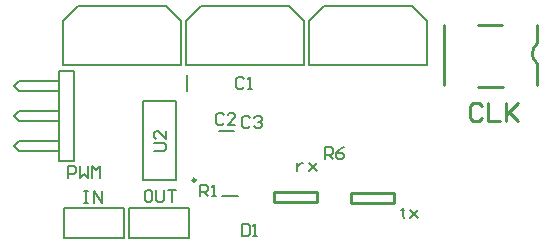
<source format=gto>
G04 Layer_Color=65535*
%FSLAX24Y24*%
%MOIN*%
G70*
G01*
G75*
%ADD16C,0.0100*%
%ADD25C,0.0098*%
%ADD26C,0.0079*%
%ADD27C,0.0050*%
%ADD28C,0.0059*%
D16*
X15848Y6547D02*
G03*
X15828Y5948I257J-308D01*
G01*
X8533Y1280D02*
Y1614D01*
X7096D02*
X8533D01*
X7096Y1280D02*
Y1614D01*
Y1280D02*
X8533D01*
X9646Y1250D02*
Y1585D01*
Y1250D02*
X11083D01*
Y1585D01*
X9646D02*
X11083D01*
X13905Y5124D02*
X14715D01*
X13905Y7174D02*
X14705D01*
X15855Y5174D02*
Y5924D01*
Y6574D02*
Y7199D01*
X12755Y5174D02*
Y7174D01*
X14012Y4506D02*
X13912Y4606D01*
X13712D01*
X13612Y4506D01*
Y4106D01*
X13712Y4006D01*
X13912D01*
X14012Y4106D01*
X14212Y4606D02*
Y4006D01*
X14612D01*
X14812Y4606D02*
Y4006D01*
Y4206D01*
X15212Y4606D01*
X14912Y4306D01*
X15212Y4006D01*
D25*
X4478Y2018D02*
G03*
X4478Y2018I-49J0D01*
G01*
D26*
X5364Y1476D02*
X5876D01*
X5246Y3652D02*
X5758D01*
X4193Y5000D02*
Y5512D01*
X-65Y2667D02*
Y5667D01*
Y2667D02*
X435D01*
X-65Y5667D02*
X435D01*
Y2667D02*
Y5667D01*
X-1398Y5334D02*
X-65D01*
X-1565Y5167D02*
X-1398Y5334D01*
X-1565Y5167D02*
X-1398Y5001D01*
X-65D01*
X-1398Y4334D02*
X-65D01*
X-1565Y4167D02*
X-1398Y4334D01*
X-1565Y4167D02*
X-1398Y4001D01*
X-65D01*
X-1398Y3334D02*
X-65D01*
X-1565Y3167D02*
X-1398Y3334D01*
X-1565Y3167D02*
X-1398Y3001D01*
X-65D01*
X2270Y91D02*
Y1091D01*
X4270D01*
Y91D02*
Y1091D01*
X2270Y91D02*
X4270D01*
X3839Y2018D02*
Y4656D01*
X2736Y2018D02*
Y4656D01*
Y2018D02*
X3839D01*
X2736Y4656D02*
X3839D01*
X85Y91D02*
Y1091D01*
X2085D01*
Y91D02*
Y1091D01*
X85Y91D02*
X2085D01*
D27*
X8248Y5856D02*
X12185D01*
Y7325D01*
X8748Y7825D02*
X11685D01*
X8248Y7325D02*
X8748Y7825D01*
X8248Y5856D02*
Y7325D01*
X11685Y7825D02*
X12185Y7325D01*
X4154Y5856D02*
X8091D01*
Y7325D01*
X4654Y7825D02*
X7591D01*
X4154Y7325D02*
X4654Y7825D01*
X4154Y5856D02*
Y7325D01*
X7591Y7825D02*
X8091Y7325D01*
X59Y5856D02*
X3996D01*
Y7325D01*
X559Y7825D02*
X3496D01*
X59Y7325D02*
X559Y7825D01*
X59Y5856D02*
Y7325D01*
X3496Y7825D02*
X3996Y7325D01*
D28*
X3091Y3002D02*
X3419D01*
X3484Y3068D01*
Y3199D01*
X3419Y3264D01*
X3091D01*
X3484Y3658D02*
Y3396D01*
X3222Y3658D01*
X3156D01*
X3091Y3592D01*
Y3461D01*
X3156Y3396D01*
X8780Y2717D02*
Y3110D01*
X8976D01*
X9042Y3045D01*
Y2913D01*
X8976Y2848D01*
X8780D01*
X8911D02*
X9042Y2717D01*
X9435Y3110D02*
X9304Y3045D01*
X9173Y2913D01*
Y2782D01*
X9239Y2717D01*
X9370D01*
X9435Y2782D01*
Y2848D01*
X9370Y2913D01*
X9173D01*
X4616Y1476D02*
Y1870D01*
X4813D01*
X4879Y1804D01*
Y1673D01*
X4813Y1608D01*
X4616D01*
X4747D02*
X4879Y1476D01*
X5010D02*
X5141D01*
X5075D01*
Y1870D01*
X5010Y1804D01*
X226Y2087D02*
Y2480D01*
X423D01*
X489Y2415D01*
Y2283D01*
X423Y2218D01*
X226D01*
X620Y2480D02*
Y2087D01*
X751Y2218D01*
X882Y2087D01*
Y2480D01*
X1014Y2087D02*
Y2480D01*
X1145Y2349D01*
X1276Y2480D01*
Y2087D01*
X2972Y1673D02*
X2841D01*
X2776Y1608D01*
Y1345D01*
X2841Y1280D01*
X2972D01*
X3038Y1345D01*
Y1608D01*
X2972Y1673D01*
X3169D02*
Y1345D01*
X3235Y1280D01*
X3366D01*
X3432Y1345D01*
Y1673D01*
X3563D02*
X3825D01*
X3694D01*
Y1280D01*
X768Y1663D02*
X899D01*
X833D01*
Y1270D01*
X768D01*
X899D01*
X1096D02*
Y1663D01*
X1358Y1270D01*
Y1663D01*
X7874Y2575D02*
Y2313D01*
Y2444D01*
X7940Y2510D01*
X8005Y2575D01*
X8071D01*
X8268D02*
X8530Y2313D01*
X8399Y2444D01*
X8530Y2575D01*
X8268Y2313D01*
X11375Y1096D02*
Y1030D01*
X11309D01*
X11440D01*
X11375D01*
Y833D01*
X11440Y768D01*
X11637Y1030D02*
X11899Y768D01*
X11768Y899D01*
X11899Y1030D01*
X11637Y768D01*
X6014Y551D02*
Y157D01*
X6211D01*
X6276Y223D01*
Y485D01*
X6211Y551D01*
X6014D01*
X6407Y157D02*
X6539D01*
X6473D01*
Y551D01*
X6407Y485D01*
X6286Y4088D02*
X6220Y4153D01*
X6089D01*
X6024Y4088D01*
Y3825D01*
X6089Y3760D01*
X6220D01*
X6286Y3825D01*
X6417Y4088D02*
X6483Y4153D01*
X6614D01*
X6680Y4088D01*
Y4022D01*
X6614Y3957D01*
X6548D01*
X6614D01*
X6680Y3891D01*
Y3825D01*
X6614Y3760D01*
X6483D01*
X6417Y3825D01*
X5410Y4176D02*
X5344Y4242D01*
X5213D01*
X5148Y4176D01*
Y3914D01*
X5213Y3848D01*
X5344D01*
X5410Y3914D01*
X5804Y3848D02*
X5541D01*
X5804Y4111D01*
Y4176D01*
X5738Y4242D01*
X5607D01*
X5541Y4176D01*
X6099Y5397D02*
X6033Y5462D01*
X5902D01*
X5837Y5397D01*
Y5134D01*
X5902Y5069D01*
X6033D01*
X6099Y5134D01*
X6230Y5069D02*
X6361D01*
X6296D01*
Y5462D01*
X6230Y5397D01*
M02*

</source>
